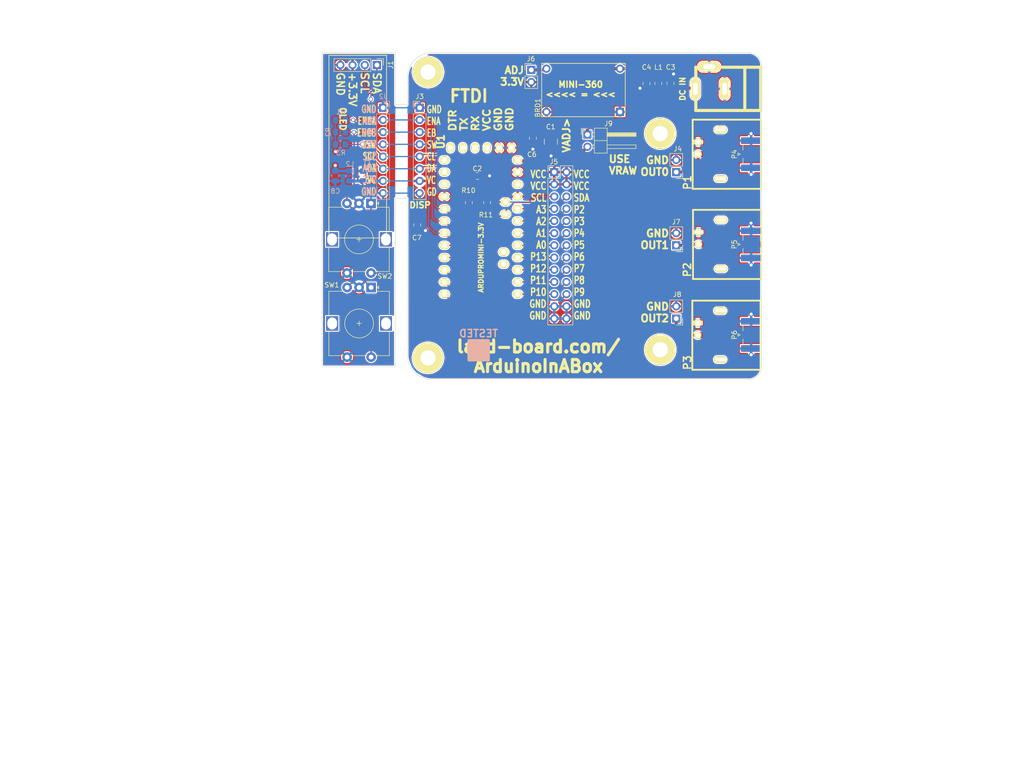
<source format=kicad_pcb>
(kicad_pcb (version 20211014) (generator pcbnew)
  (title_block (title "VFO-002") (date "2020-10-18") (rev "1") (company "land-boards.com"))
  (layers (0 "F.Cu" signal) (31 "B.Cu" signal) (36 "B.SilkS" user "B.Silkscreen") (37 "F.SilkS" user "F.Silkscreen") (38 "B.Mask" user) (39 "F.Mask" user) (44 "Edge.Cuts" user))
  (net 0 "")
  (net 1 "GND")
  (net 2 "+3V3")
  (net 3 "/STM_SDA")
  (net 4 "/STM_SCL")
  (net 5 "Net-(BRD1-PadIN+)")
  (net 6 "Net-(BRD1-PadOUT+)")
  (net 7 "/A3")
  (net 8 "/A2")
  (net 9 "/A1")
  (net 10 "/A0")
  (net 11 "/P5")
  (net 12 "/P6")
  (net 13 "/P7")
  (net 14 "/P8")
  (net 15 "/P9")
  (net 16 "/P2")
  (net 17 "/P3")
  (net 18 "/P4")
  (net 19 "/P13")
  (net 20 "/P12")
  (net 21 "/P11")
  (net 22 "/P10")
  (net 23 "Net-(C3-Pad1)")
  (net 24 "Net-(J4-Pad1)")
  (net 25 "Net-(J7-Pad1)")
  (net 26 "Net-(J8-Pad1)")
  (net 27 "/3.3VF")
  (net 28 "/VRAW")
  (footprint "Connector_PinHeader_2.54mm:PinHeader_1x08_P2.54mm_Vertical" (layer "F.Cu") (at 116.76 39.93)
    (fp_text reference "J3")
    (fp_text value "Conn_01x08")
  )
  (footprint "LandBoards_Conns:DCJ-NEW-Slotted" (layer "F.Cu") (at 180.25 36 180)
    (fp_text reference "J99" hide)
    (fp_text value "DCJ0202" hide)
  )
  (footprint "Resistor_SMD:R_0805_2012Metric_Pad1.15x1.40mm_HandSolder" (layer "F.Cu") (at 127 59.69 -90)
    (fp_text reference "R10")
    (fp_text value "10K")
  )
  (footprint "Resistor_SMD:R_0805_2012Metric_Pad1.15x1.40mm_HandSolder" (layer "F.Cu") (at 130.81 59.69 -90)
    (fp_text reference "R11")
    (fp_text value "10K")
  )
  (footprint "Rotary_Encoder:RotaryEncoder_Alps_EC12E-Switch_Vertical_H20mm" (layer "F.Cu") (at 106.6508 77.3442 -90)
    (fp_text reference "SW1")
    (fp_text value "Rotary_Encoder_Switch")
  )
  (footprint "LandBoards_Marking:TEST_BLK-REAR" (layer "F.Cu") (at 129.032 90.424)
    (fp_text reference "TESTED")
    (fp_text value "COUPON" hide)
  )
  (footprint "LandBoards_MountHoles:MTG-4-40" (layer "F.Cu") (at 166.85 45.3)
    (fp_text reference "MTG1" hide)
    (fp_text value "MTG_HOLE" hide)
  )
  (footprint "LandBoards_MountHoles:MTG-4-40" (layer "F.Cu") (at 118.5 92)
    (fp_text reference "MTG2" hide)
    (fp_text value "MTG_HOLE" hide)
  )
  (footprint "LandBoards_MountHoles:MTG-4-40" (layer "F.Cu") (at 166.85 90.3)
    (fp_text reference "MTG3" hide)
    (fp_text value "MTG_HOLE" hide)
  )
  (footprint "LandBoards_MountHoles:MTG-4-40" (layer "F.Cu") (at 118.5 32.5)
    (fp_text reference "MTG4" hide)
    (fp_text value "MTG_HOLE" hide)
  )
  (footprint "Capacitor_SMD:C_0805_2012Metric_Pad1.15x1.40mm_HandSolder" (layer "F.Cu") (at 128.7742 54.1332)
    (fp_text reference "C2")
    (fp_text value "0.1uF")
  )
  (footprint "Capacitor_SMD:C_0805_2012Metric_Pad1.15x1.40mm_HandSolder" (layer "F.Cu") (at 116.258158 64.324804 -90)
    (fp_text reference "C7")
    (fp_text value "0.1uF")
  )
  (footprint "Capacitor_SMD:C_0805_2012Metric_Pad1.15x1.40mm_HandSolder" (layer "F.Cu") (at 140.332 46.278 -90)
    (fp_text reference "C6")
    (fp_text value "0.1uF")
  )
  (footprint "LandBoards_BoardOutlines:OLED-091in" (layer "F.Cu") (at 107.87 31.04 -90)
    (fp_text reference "J1")
    (fp_text value "OLED_I2C")
  )
  (footprint "Capacitor_SMD:C_1210_3225Metric_Pad1.42x2.65mm_HandSolder" (layer "F.Cu") (at 144.068 47.002 -90)
    (fp_text reference "C1")
    (fp_text value "10uF")
  )
  (footprint "Rotary_Encoder:RotaryEncoder_Alps_EC12E-Switch_Vertical_H20mm" (layer "F.Cu") (at 106.6254 59.8436 -90)
    (fp_text reference "SW2")
    (fp_text value "Rotary_Encoder_Switch")
  )
  (footprint "LandBoards_BoardOutlines:ArduProMini" (layer "F.Cu") (at 119.38 44.45)
    (fp_text reference "U1")
    (fp_text value "ARDUPROMINI-3.3V")
  )
  (footprint "Inductor_SMD:L_0805_2012Metric_Pad1.15x1.40mm_HandSolder" (layer "F.Cu") (at 166.44 34.862 90)
    (fp_text reference "L1")
    (fp_text value "L_Small")
  )
  (footprint "Connector_Coaxial:SMA_Samtec_SMA-J-P-X-ST-EM1_EdgeMount" (layer "F.Cu") (at 185.7756 49.6062 90)
    (fp_text reference "P4")
    (fp_text value "SMA")
  )
  (footprint "Connector_Coaxial:SMA_Samtec_SMA-J-P-X-ST-EM1_EdgeMount" (layer "F.Cu") (at 185.7756 68.3768 90)
    (fp_text reference "P5")
    (fp_text value "SMA")
  )
  (footprint "Connector_Coaxial:SMA_Samtec_SMA-J-P-X-ST-EM1_EdgeMount" (layer "F.Cu") (at 185.7756 87.2236 90)
    (fp_text reference "P6")
    (fp_text value "SMA")
  )
  (footprint "Capacitor_SMD:C_0805_2012Metric_Pad1.15x1.40mm_HandSolder" (layer "F.Cu") (at 168.98 34.8366 90)
    (fp_text reference "C3")
    (fp_text value "0.1uF")
  )
  (footprint "Capacitor_SMD:C_0805_2012Metric_Pad1.15x1.40mm_HandSolder" (layer "F.Cu") (at 163.9762 34.8874 -90)
    (fp_text reference "C4")
    (fp_text value "0.1uF")
  )
  (footprint "LandBoards_Conns:BNC-RT-OVAL_MTG" (layer "F.Cu") (at 174.7266 49.6062 -90)
    (fp_text reference "P1")
    (fp_text value "BNC" hide)
  )
  (footprint "LandBoards_Conns:BNC-RT-OVAL_MTG" (layer "F.Cu") (at 174.8028 68.3768 -90)
    (fp_text reference "P2")
    (fp_text value "BNC" hide)
  )
  (footprint "LandBoards_Conns:BNC-RT-OVAL_MTG" (layer "F.Cu") (at 174.6504 87.2744 -90)
    (fp_text reference "P3")
    (fp_text value "BNC" hide)
  )
  (footprint "Connector_PinHeader_2.54mm:PinHeader_1x02_P2.54mm_Vertical" (layer "F.Cu") (at 170.18 53.34 180)
    (fp_text reference "J4")
    (fp_text value "Conn_01x02")
  )
  (footprint "Connector_PinHeader_2.54mm:PinHeader_1x02_P2.54mm_Vertical" (layer "F.Cu") (at 170.18 68.58 180)
    (fp_text reference "J7")
    (fp_text value "Conn_01x02")
  )
  (footprint "Connector_PinHeader_2.54mm:PinHeader_1x02_P2.54mm_Vertical" (layer "F.Cu") (at 170.18 83.82 180)
    (fp_text reference "J8")
    (fp_text value "Conn_01x02")
  )
  (footprint "Connector_PinHeader_2.54mm:PinHeader_2x13_P2.54mm_Vertical" (layer "F.Cu") (at 144.78 53.34)
    (fp_text reference "J5")
    (fp_text value "Conn_02x13_Odd_Even")
  )
  (footprint "Connector_PinHeader_2.54mm:PinHeader_1x02_P2.54mm_Vertical" (layer "F.Cu") (at 140.002 32.05)
    (fp_text reference "J6")
    (fp_text value "Conn_01x02")
  )
  (footprint "LandBoards_BoardOutlines:MINI-360" (layer "F.Cu") (at 159.56 41.8 180)
    (fp_text reference "BRD1")
    (fp_text value "MINI-360")
  )
  (footprint "Connector_PinHeader_2.54mm:PinHeader_1x02_P2.54mm_Horizontal" (layer "F.Cu") (at 151.685001 45.513001)
    (fp_text reference "J9")
    (fp_text value "Conn_01x02")
  )
  (footprint "Resistor_SMD:R_0805_2012Metric_Pad1.15x1.40mm_HandSolder" (layer "B.Cu") (at 100.25 45.01)
    (fp_text reference "R2")
    (fp_text value "10K")
  )
  (footprint "Resistor_SMD:R_0805_2012Metric_Pad1.15x1.40mm_HandSolder" (layer "B.Cu") (at 100.25 42.47)
    (fp_text reference "R1")
    (fp_text value "10K")
  )
  (footprint "Resistor_SMD:R_0805_2012Metric_Pad1.15x1.40mm_HandSolder" (layer "B.Cu") (at 100.25 47.55)
    (fp_text reference "R3")
    (fp_text value "10K")
  )
  (footprint "Connector_PinHeader_2.54mm:PinHeader_1x08_P2.54mm_Vertical" (layer "B.Cu") (at 109.14 39.93 180)
    (fp_text reference "J2")
    (fp_text value "Conn_01x08")
  )
  (footprint "Capacitor_SMD:C_0805_2012Metric_Pad1.15x1.40mm_HandSolder" (layer "B.Cu") (at 104.9782 54.1528 90)
    (fp_text reference "C5")
    (fp_text value "0.1uF")
  )
  (footprint "Capacitor_SMD:C_0805_2012Metric_Pad1.15x1.40mm_HandSolder" (layer "B.Cu") (at 99.187 54.1274 -90)
    (fp_text reference "C8")
    (fp_text value "0.1uF")
  )
  (footprint "Inductor_SMD:L_0805_2012Metric_Pad1.15x1.40mm_HandSolder" (layer "B.Cu") (at 102.108 54.1274 90)
    (fp_text reference "L2")
    (fp_text value "L_Small")
  )
  (gr_line (start 98.04 28.5) (end 110.04 28.5) (layer "F.SilkS") (width 0.15))
  (gr_line (start 96.4146 93.8288) (end 96.44 28.5) (layer "Edge.Cuts") (width 0.1))
  (gr_line (start 119.3 96.5) (end 185.34 96.5) (layer "Edge.Cuts") (width 0.1))
  (gr_line (start 114.22 33.58) (end 114.22 39.3204) (layer "Edge.Cuts") (width 0.1))
  (gr_line (start 187.88 93.96) (end 187.88 31.04) (layer "Edge.Cuts") (width 0.1))
  (gr_line (start 114.22 91.42) (end 114.195 58.7768) (layer "Edge.Cuts") (width 0.1))
  (gr_line (start 185.34 28.5) (end 119.3 28.5) (layer "Edge.Cuts") (width 0.1))
  (gr_arc (start 119.3 96.5) (mid 115.707898 95.012102) (end 114.22 91.42) (layer "Edge.Cuts") (width 0.1))
  (gr_arc (start 114.22 33.58) (mid 115.707898 29.987898) (end 119.3 28.5) (layer "Edge.Cuts") (width 0.1))
  (gr_line (start 111.68 28.5) (end 111.68 39.3204) (layer "Edge.Cuts") (width 0.1))
  (gr_arc (start 187.88 93.96) (mid 187.136051 95.756051) (end 185.34 96.5) (layer "Edge.Cuts") (width 0.1))
  (gr_line (start 114.195 58.7768) (end 111.68 58.7768) (layer "Edge.Cuts") (width 0.1))
  (gr_line (start 111.68 58.7768) (end 111.6546 93.8288) (layer "Edge.Cuts") (width 0.1))
  (gr_line (start 111.68 39.3204) (end 114.22 39.3204) (layer "Edge.Cuts") (width 0.1))
  (gr_line (start 96.44 28.5) (end 111.68 28.5) (layer "Edge.Cuts") (width 0.1))
  (gr_line (start 111.6546 93.8288) (end 96.4146 93.8288) (layer "Edge.Cuts") (width 0.1))
  (gr_arc (start 185.34 28.5) (mid 187.136051 29.243949) (end 187.88 31.04) (layer "Edge.Cuts") (width 0.1))
  (gr_text "GND\nENA\nENB\nESW\nSCL\nSDA\nVCC\nGND" (at 107.87 48.82) (layer "B.SilkS") (effects (font (size 1.524 1) (thickness 0.25)) (justify left mirror)))
  (gr_text "SDA\nSCL\n+3.3V\nGND" (at 104.06 32.4 270) (layer "F.SilkS") (effects (font (size 1.5748 1.5748) (thickness 0.3175)) (justify left)))
  (gr_text "GND\nENCA\nENCB\nESW\nSCL\nDA\nVC\nGND" (at 107.87 48.82) (layer "F.SilkS") (effects (font (size 1.524 1) (thickness 0.25)) (justify right)))
  (gr_text "GND\nOUT0" (at 168.85 52.07) (layer "F.SilkS") (effects (font (size 1.524 1.524) (thickness 0.381)) (justify right)))
  (gr_text "GND\nOUT1" (at 168.85 67.31) (layer "F.SilkS") (effects (font (size 1.524 1.524) (thickness 0.381)) (justify right)))
  (gr_text "GND\nOUT2" (at 168.85 82.55) (layer "F.SilkS") (effects (font (size 1.524 1.524) (thickness 0.381)) (justify right)))
  (gr_text "DC IN" (at 171.5 36 90) (layer "F.SilkS") (effects (font (size 1.143 1.143) (thickness 0.28575))))
  (gr_text "OLED" (at 100.758 42.2668 270) (layer "F.SilkS") (effects (font (size 1.27 1.27) (thickness 0.3175))))
  (gr_text "GND\nENA\nEB\nSW\nCL\nDA\nVC\nGD" (at 118.11 48.8708) (layer "F.SilkS") (effects (font (size 1.524 1) (thickness 0.25)) (justify left)))
  (gr_text "DISP" (at 116.84 60.198) (layer "F.SilkS") (effects (font (size 1.27 1.27) (thickness 0.3175))))
  (gr_text "DTR\nTX\nRX\nVCC\nGND\nGND" (at 129.54 45 90) (layer "F.SilkS") (effects (font (size 1.4732 1.6) (thickness 0.3683)) (justify left)))
  (gr_text "VCC\nVCC\nSCL\nA3\nA2\nA1\nA0\nP13\nP12\nP11\nP10\nGND\nGND" (at 143.3068 68.5) (layer "F.SilkS") (effects (font (size 1.524 1.143) (thickness 0.28575)) (justify right)))
  (gr_text "VCC\nVCC\nSDA\nP2\nP3\nP4\nP5\nP6\nP7\nP8\nP9\nGND\nGND" (at 148.6662 68.5) (layer "F.SilkS") (effects (font (size 1.524 1.143) (thickness 0.28575)) (justify left)))
  (gr_text "VADJ>" (at 147.32 41.91 90) (layer "F.SilkS") (effects (font (size 1.5 1.5) (thickness 0.375)) (justify right)))
  (gr_text "MINI-360\n<<<< = <<<" (at 150.28 36.114) (layer "F.SilkS") (effects (font (size 1.27 1.27) (thickness 0.3175))))
  (gr_text "FTDI" (at 127 37.5) (layer "F.SilkS") (effects (font (size 2.54 2.54) (thickness 0.5588))))
  (gr_text "USE\nVRAW" (at 155.956 51.816) (layer "F.SilkS") (effects (font (size 1.5 1.5) (thickness 0.375)) (justify left)))
  (gr_text "ADJ\n3.3V" (at 138.672 33.32) (layer "F.SilkS") (effects (font (size 1.5 1.5) (thickness 0.375)) (justify right)))
  (gr_text "land-board.com/\nArduinoInABox" (at 141.478 91.694) (layer "F.SilkS") (effects (font (size 2.54 2.54) (thickness 0.635))))
  (segment (start 144.068 49.92) (end 144.114 49.966) (width 0.254) (layer "F.Cu") (net 1))
  (segment (start 185.7756 90.0486) (end 185.7756 91.3638) (width 0.254) (layer "F.Cu") (net 1))
  (segment (start 140.332 47.303) (end 140.332 48.564) (width 0.254) (layer "F.Cu") (net 1))
  (segment (start 116.258158 65.349804) (end 117.809158 65.349804) (width 0.1524) (layer "F.Cu") (net 1))
  (segment (start 185.7756 45.339) (end 185.7502 45.3136) (width 0.254) (layer "F.Cu") (net 1))
  (segment (start 168.7096 33.8116) (end 169.615 32.9062) (width 0.254) (layer "F.Cu") (net 1))
  (segment (start 117.962158 65.502804) (end 117.861158 65.349804) (width 0.254) (layer "F.Cu") (net 1))
  (segment (start 185.7756 46.7812) (end 185.7756 45.339) (width 0.254) (layer "F.Cu") (net 1))
  (segment (start 131.2842 54.1332) (end 131.3142 54.1032) (width 0.254) (layer "F.Cu") (net 1))
  (segment (start 163.9762 35.9124) (end 162.6644 35.9124) (width 0.635) (layer "F.Cu") (net 1))
  (segment (start 185.7756 63.9826) (end 185.7502 63.9572) (width 0.254) (layer "F.Cu") (net 1))
  (segment (start 129.7992 54.1332) (end 131.2842 54.1332) (width 0.254) (layer "F.Cu") (net 1))
  (segment (start 185.7756 52.4312) (end 185.7756 53.8226) (width 0.254) (layer "F.Cu") (net 1))
  (segment (start 117.809158 65.349804) (end 117.962158 65.502804) (width 0.1524) (layer "F.Cu") (net 1))
  (segment (start 185.7756 65.5518) (end 185.7756 63.9826) (width 0.254) (layer "F.Cu") (net 1))
  (segment (start 144.068 48.4895) (end 144.068 49.92) (width 0.254) (layer "F.Cu") (net 1))
  (segment (start 185.7756 71.2018) (end 185.7756 72.6694) (width 0.254) (layer "F.Cu") (net 1))
  (segment (start 185.7756 84.3986) (end 185.7756 82.9056) (width 0.254) (layer "F.Cu") (net 1))
  (via (at 144.114 49.966) (size 0.889) (drill 0.635) (layers "F.Cu" "B.Cu") (net 1))
  (via (at 162.63 35.878) (size 0.889) (drill 0.635) (layers "F.Cu" "B.Cu") (net 1))
  (via (at 185.7756 53.8226) (size 0.889) (drill 0.635) (layers "F.Cu" "B.Cu") (net 1))
  (via (at 185.7756 82.9056) (size 0.889) (drill 0.635) (layers "F.Cu" "B.Cu") (net 1))
  (via (at 169.615 32.9062) (size 0.889) (drill 0.635) (layers "F.Cu" "B.Cu") (net 1))
  (via (at 185.7756 91.3638) (size 0.889) (drill 0.635) (layers "F.Cu" "B.Cu") (net 1))
  (via (at 117.962158 65.502804) (size 0.889) (drill 0.635) (layers "F.Cu" "B.Cu") (net 1))
  (via (at 140.332 48.564) (size 0.889) (drill 0.635) (layers "F.Cu" "B.Cu") (net 1))
  (via (at 185.7502 63.9572) (size 0.889) (drill 0.635) (layers "F.Cu" "B.Cu") (net 1))
  (via (at 185.7756 72.6694) (size 0.889) (drill 0.635) (layers "F.Cu" "B.Cu") (net 1))
  (via (at 185.7502 45.3136) (size 0.889) (drill 0.635) (layers "F.Cu" "B.Cu") (net 1))
  (via (at 131.3142 54.1032) (size 0.889) (drill 0.635) (layers "F.Cu" "B.Cu") (net 1))
  (segment (start 109.14 57.71) (end 116.76 57.71) (width 0.254) (layer "B.Cu") (net 1))
  (segment (start 109.14 39.93) (end 116.76 39.93) (width 0.254) (layer "B.Cu") (net 1))
  (segment (start 109.14 55.17) (end 104.986 55.17) (width 0.635) (layer "B.Cu") (net 2))
  (segment (start 102.1334 55.1778) (end 102.108 55.1524) (width 0.635) (layer "B.Cu") (net 2))
  (segment (start 104.986 55.17) (end 104.9782 55.1778) (width 0.635) (layer "B.Cu") (net 2))
  (segment (start 104.9782 55.1778) (end 102.1334 55.1778) (width 0.635) (layer "B.Cu") (net 2))
  (segment (start 109.14 55.17) (end 116.76 55.17) (width 0.254) (layer "B.Cu") (net 2))
  (segment (start 130.048 62.484) (end 133.731 62.484) (width 0.254) (layer "F.Cu") (net 3))
  (segment (start 134.62 61.41746) (end 136.386459 59.651001) (width 0.254) (layer "F.Cu") (net 3))
  (segment (start 116.76 52.63) (end 117.19301 52.19699) (width 0.254) (layer "F.Cu") (net 3))
  (segment (start 123.06299 52.19699) (end 128.279 57.413) (width 0.254) (layer "F.Cu") (net 3))
  (segment (start 128.279 60.715) (end 130.048 62.484) (width 0.254) (layer "F.Cu") (net 3))
  (segment (start 128.279 57.413) (end 128.279 60.715) (width 0.254) (layer "F.Cu") (net 3))
  (segment (start 109.14 52.63) (end 105.774499 49.264499) (width 0.254) (layer "F.Cu") (net 3))
  (segment (start 117.19301 52.19699) (end 123.06299 52.19699) (width 0.254) (layer "F.Cu") (net 3))
  (segment (start 105.774499 37.481501) (end 107.87 35.386) (width 0.254) (layer "F.Cu") (net 3))
  (segment (start 146.088999 59.651001) (end 147.32 58.42) (width 0.254) (layer "F.Cu") (net 3))
  (segment (start 136.386459 59.651001) (end 146.088999 59.651001) (width 0.254) (layer "F.Cu") (net 3))
  (segment (start 105.774499 49.264499) (end 105.774499 37.481501) (width 0.254) (layer "F.Cu") (net 3))
  (segment (start 134.62 62.103) (end 134.62 61.41746) (width 0.254) (layer "F.Cu") (net 3))
  (segment (start 107.87 35.386) (end 107.87 31.04) (width 0.254) (layer "F.Cu") (net 3))
  (segment (start 127 60.715) (end 128.279 60.715) (width 0.254) (layer "F.Cu") (net 3))
  (segment (start 109.14 52.63) (end 116.76 52.63) (width 0.254) (layer "B.Cu") (net 3))
  (segment (start 129.8194 60.7314) (end 128.8923 59.8043) (width 0.254) (layer "F.Cu") (net 4))
  (segment (start 128.8923 59.8043) (end 128.8923 57.2643) (width 0.254) (layer "F.Cu") (net 4))
  (segment (start 130.81 60.715) (end 130.7936 60.7314) (width 0.254) (layer "F.Cu") (net 4))
  (segment (start 133.223 59.563) (end 134.62 59.563) (width 0.254) (layer "F.Cu") (net 4))
  (segment (start 130.81 60.715) (end 132.071 60.715) (width 0.254) (layer "F.Cu") (net 4))
  (segment (start 116.76 50.09) (end 117.19301 49.65699) (width 0.254) (layer "F.Cu") (net 4))
  (segment (start 117.19301 49.65699) (end 122.63145 49.65699) (width 0.254) (layer "F.Cu") (net 4))
  (segment (start 132.071 60.715) (end 133.223 59.563) (width 0.254) (layer "F.Cu") (net 4))
  (segment (start 125.984 53.00954) (end 125.984 54.356) (width 0.254) (layer "F.Cu") (net 4))
  (segment (start 125.984 54.356) (end 128.8923 57.2643) (width 0.254) (layer "F.Cu") (net 4))
  (segment (start 130.7936 60.7314) (end 129.8194 60.7314) (width 0.254) (layer "F.Cu") (net 4))
  (segment (start 122.63145 49.65699) (end 125.984 53.00954) (width 0.254) (layer "F.Cu") (net 4))
  (segment (start 106.6 47.55) (end 106.6 38.152) (width 0.254) (layer "F.Cu") (net 4))
  (segment (start 109.14 50.09) (end 106.6 47.55) (width 0.254) (layer "F.Cu") (net 4))
  (via (at 106.6 38.152) (size 0.889) (drill 0.635) (layers "F.Cu" "B.Cu") (net 4))
  (segment (start 106.6 36.628) (end 105.33 35.358) (width 0.254) (layer "B.Cu") (net 4))
  (segment (start 144.78 58.42) (end 140.716 58.42) (width 0.254) (layer "B.Cu") (net 4))
  (segment (start 140.716 58.42) (end 139.573 59.563) (width 0.254) (layer "B.Cu") (net 4))
  (segment (start 106.6 38.152) (end 106.6 36.628) (width 0.254) (layer "B.Cu") (net 4))
  (segment (start 105.33 35.358) (end 105.33 31.04) (width 0.254) (layer "B.Cu") (net 4))
  (segment (start 109.14 50.09) (end 116.76 50.09) (width 0.254) (layer "B.Cu") (net 4))
  (segment (start 134.62 59.563) (end 139.573 59.563) (width 0.254) (layer "B.Cu") (net 4))
  (segment (start 160.6 31.8) (end 162.6624 33.8624) (width 0.635) (layer "F.Cu") (net 5))
  (segment (start 158.46 31.8) (end 160.6 31.8) (width 0.635) (layer "F.Cu") (net 5))
  (segment (start 163.9762 33.8624) (end 166.3638 33.8624) (width 0.254) (layer "F.Cu") (net 5))
  (segment (start 154.636 31.8) (end 158.46 31.8) (width 0.635) (layer "F.Cu") (net 5))
  (segment (start 163.9762 33.8624) (end 162.6624 33.8624) (width 0.635) (layer "F.Cu") (net 5))
  (segment (start 151.685001 45.513001) (end 151.685001 34.750999) (width 0.635) (layer "F.Cu") (net 5))
  (segment (start 166.3638 33.8624) (end 166.3892 33.837) (width 0.254) (layer "F.Cu") (net 5))
  (segment (start 151.685001 34.750999) (end 154.636 31.8) (width 0.635) (layer "F.Cu") (net 5))
  (segment (start 143.066 32.05) (end 143.16 31.956) (width 0.635) (layer "F.Cu") (net 6))
  (segment (start 140.002 32.05) (end 143.066 32.05) (width 0.635) (layer "F.Cu") (net 6))
  (segment (start 137.16 60.96) (end 144.78 60.96) (width 0.254) (layer "F.Cu") (net 7))
  (segment (start 137.16 63.5) (end 144.78 63.5) (width 0.254) (layer "F.Cu") (net 8))
  (segment (start 137.16 66.04) (end 144.78 66.04) (width 0.254) (layer "F.Cu") (net 9))
  (segment (start 137.16 68.58) (end 144.78 68.58) (width 0.254) (layer "F.Cu") (net 10))
  (segment (start 135.927461 69.811001) (end 146.088999 69.811001) (width 0.254) (layer "F.Cu") (net 11))
  (segment (start 121.92 68.58) (end 134.69646 68.58) (width 0.254) (layer "F.Cu") (net 11))
  (segment (start 146.088999 69.811001) (end 147.32 68.58) (width 0.254) (layer "F.Cu") (net 11))
  (segment (start 134.69646 68.58) (end 135.927461 69.811001) (width 0.254) (layer "F.Cu") (net 11))
  (segment (start 146.088999 72.351001) (end 147.32 71.12) (width 0.254) (layer "F.Cu") (net 12))
  (segment (start 121.92 71.12) (end 135.30554 71.12) (width 0.254) (layer "F.Cu") (net 12))
  (segment (start 135.30554 71.12) (end 136.536541 72.351001) (width 0.254) (layer "F.Cu") (net 12))
  (segment (start 136.536541 72.351001) (end 146.088999 72.351001) (width 0.254) (layer "F.Cu") (net 12))
  (segment (start 121.92 73.66) (end 123.151001 74.891001) (width 0.254) (layer "F.Cu") (net 13))
  (segment (start 123.151001 74.891001) (end 146.088999 74.891001) (width 0.254) (layer "F.Cu") (net 13))
  (segment (start 146.088999 74.891001) (end 147.32 73.66) (width 0.254) (layer "F.Cu") (net 13))
  (segment (start 123.151001 77.431001) (end 146.088999 77.431001) (width 0.254) (layer "F.Cu") (net 14))
  (segment (start 146.088999 77.431001) (end 147.32 76.2) (width 0.254) (layer "F.Cu") (net 14))
  (segment (start 121.92 76.2) (end 123.151001 77.431001) (width 0.254) (layer "F.Cu") (net 14))
  (segment (start 146.088999 79.971001) (end 147.32 78.74) (width 0.254) (layer "F.Cu") (net 15))
  (segment (start 121.92 78.74) (end 123.151001 79.971001) (width 0.254) (layer "F.Cu") (net 15))
  (segment (start 123.151001 79.971001) (end 146.088999 79.971001) (width 0.254) (layer "F.Cu") (net 15))
  (segment (start 106.6254 57.6288) (end 103.886 54.8894) (width 0.254) (layer "F.Cu") (net 16))
  (segment (start 146.088999 62.191001) (end 147.32 60.96) (width 0.254) (layer "F.Cu") (net 16))
  (segment (start 121.92 60.96) (end 124.714 63.754) (width 0.254) (layer "F.Cu") (net 16))
  (segment (start 103.886 54.8894) (end 103.886 43.439) (width 0.254) (layer "F.Cu") (net 16))
  (segment (start 104.648 72.0268) (end 106.6254 70.0494) (width 0.254) (layer "F.Cu") (net 16))
  (segment (start 104.648 75.3414) (end 104.648 72.0268) (width 0.254) (layer "F.Cu") (net 16))
  (segment (start 106.6254 59.8436) (end 106.6254 57.6288) (width 0.254) (layer "F.Cu") (net 16))
  (segment (start 106.6254 70.0494) (end 106.6254 59.8436) (width 0.254) (layer "F.Cu") (net 16))
  (segment (start 103.886 43.439) (end 102.917 42.47) (width 0.254) (layer "F.Cu") (net 16))
  (segment (start 106.6508 77.3442) (end 104.648 75.3414) (width 0.254) (layer "F.Cu") (net 16))
  (segment (start 136.386459 62.191001) (end 146.088999 62.191001) (width 0.254) (layer "F.Cu") (net 16))
  (segment (start 134.82346 63.754) (end 136.386459 62.191001) (width 0.254) (layer "F.Cu") (net 16))
  (segment (start 124.714 63.754) (end 134.82346 63.754) (width 0.254) (layer "F.Cu") (net 16))
  (via (at 102.917 42.47) (size 0.889) (drill 0.635) (layers "F.Cu" "B.Cu") (net 16))
  (segment (start 119.88801 43.43401) (end 118.924 42.47) (width 0.254) (layer "B.Cu") (net 16))
  (segment (start 118.924 42.47) (end 116.76 42.47) (width 0.254) (layer "B.Cu") (net 16))
  (segment (start 119.88801 60.19801) (end 119.88801 43.43401) (width 0.254) (layer "B.Cu") (net 16))
  (segment (start 101.275 42.47) (end 109.14 42.47) (width 0.254) (layer "B.Cu") (net 16))
  (segment (start 120.65 60.96) (end 119.88801 60.19801) (width 0.254) (layer "B.Cu") (net 16))
  (segment (start 121.92 60.96) (end 120.65 60.96) (width 0.254) (layer "B.Cu") (net 16))
  (segment (start 109.14 42.47) (end 116.76 42.47) (width 0.254) (layer "B.Cu") (net 16))
  (segment (start 121.92 63.5) (end 123.151001 64.731001) (width 0.254) (layer "F.Cu") (net 17))
  (segment (start 123.151001 64.731001) (end 146.088999 64.731001) (width 0.254) (layer "F.Cu") (net 17))
  (segment (start 103.0605 45.01) (end 103.0986 45.0481) (width 0.254) (layer "F.Cu") (net 17))
  (segment (start 103.006401 61.224601) (end 101.6254 59.8436) (width 0.254) (layer "F.Cu") (net 17))
  (segment (start 101.6254 58.2676) (end 101.6254 59.8436) (width 0.254) (layer "F.Cu") (net 17))
  (segment (start 103.006401 75.988599) (end 103.006401 61.224601) (width 0.254) (layer "F.Cu") (net 17))
  (segment (start 146.088999 64.731001) (end 147.32 63.5) (width 0.254) (layer "F.Cu") (net 17))
  (segment (start 101.6508 77.3442) (end 103.006401 75.988599) (width 0.254) (layer "F.Cu") (net 17))
  (segment (start 103.0986 56.7944) (end 101.6254 58.2676) (width 0.254) (layer "F.Cu") (net 17))
  (segment (start 103.0986 45.0481) (end 103.0986 56.7944) (width 0.254) (layer "F.Cu") (net 17))
  (via (at 103.0605 45.01) (size 0.889) (drill 0.635) (layers "F.Cu" "B.Cu") (net 17))
  (segment (start 120.142 63.5) (end 119.38 62.738) (width 0.254) (layer "B.Cu") (net 17))
  (segment (start 121.92 63.5) (end 120.142 63.5) (width 0.254) (layer "B.Cu") (net 17))
  (segment (start 119.12601 45.46601) (end 118.67 45.01) (width 0.254) (layer "B.Cu") (net 17))
  (segment (start 109.14 45.01) (end 116.76 45.01) (width 0.254) (layer "B.Cu") (net 17))
  (segment (start 118.67 45.01) (end 116.76 45.01) (width 0.254) (layer "B.Cu") (net 17))
  (segment (start 119.38 62.738) (end 119.38 53.086) (width 0.254) (layer "B.Cu") (net 17))
  (segment (start 119.38 53.086) (end 119.12601 52.83201) (width 0.254) (layer "B.Cu") (net 17))
  (segment (start 119.12601 52.83201) (end 119.12601 45.46601) (width 0.254) (layer "B.Cu") (net 17))
  (segment (start 101.275 45.01) (end 109.14 45.01) (width 0.254) (layer "B.Cu") (net 17))
  (segment (start 123.151001 67.271001) (end 146.088999 67.271001) (width 0.254) (layer "F.Cu") (net 18))
  (segment (start 107.696 57.8104) (end 105.5624 55.6768) (width 0.254) (layer "F.Cu") (net 18))
  (segment (start 108.712 72.644) (end 107.13341 71.06541) (width 0.254) (layer "F.Cu") (net 18))
  (segment (start 106.6508 91.8442) (end 106.6508 81.3092) (width 0.254) (layer "F.Cu") (net 18))
  (segment (start 104.8093 49.1147) (end 104.8093 47.55) (width 0.254) (layer "F.Cu") (net 18))
  (segment (start 107.13341 71.06541) (end 107.13341 63.30059) (width 0.254) (layer "F.Cu") (net 18))
  (segment (start 108.712 61.722) (end 108.712 59.103882) (width 0.254) (layer "F.Cu") (net 18))
  (segment (start 108.712 79.248) (end 108.712 74.422) (width 0.254) (layer "F.Cu") (net 18))
  (segment (start 105.5624 49.8678) (end 104.8093 49.1147) (width 0.254) (layer "F.Cu") (net 18))
  (segment (start 107.696 58.087882) (end 107.696 57.8104) (width 0.254) (layer "F.Cu") (net 18))
  (segment (start 107.13341 63.30059) (end 108.712 61.722) (width 0.254) (layer "F.Cu") (net 18))
  (segment (start 108.712 59.103882) (end 107.696 58.087882) (width 0.254) (layer "F.Cu") (net 18))
  (segment (start 146.088999 67.271001) (end 147.32 66.04) (width 0.254) (layer "F.Cu") (net 18))
  (segment (start 108.6336 74.3436) (end 108.712 74.422) (width 0.254) (layer "F.Cu") (net 18))
  (segment (start 121.92 66.04) (end 123.151001 67.271001) (width 0.254) (layer "F.Cu") (net 18))
  (segment (start 108.712 74.422) (end 108.712 72.644) (width 0.254) (layer "F.Cu") (net 18))
  (segment (start 105.5624 55.6768) (end 105.5624 49.8678) (width 0.254) (layer "F.Cu") (net 18))
  (segment (start 106.6508 81.3092) (end 108.712 79.248) (width 0.254) (layer "F.Cu") (net 18))
  (segment (start 106.6254 74.3436) (end 108.6336 74.3436) (width 0.254) (layer "F.Cu") (net 18))
  (via (at 104.8093 47.55) (size 0.889) (drill 0.635) (layers "F.Cu" "B.Cu") (net 18))
  (segment (start 121.92 66.04) (end 119.888 66.04) (width 0.254) (layer "B.Cu") (net 18))
  (segment (start 117.908 47.55) (end 116.76 47.55) (width 0.254) (layer "B.Cu") (net 18))
  (segment (start 119.888 66.04) (end 118.618 64.77) (width 0.254) (layer "B.Cu") (net 18))
  (segment (start 118.618 48.26) (end 117.908 47.55) (width 0.254) (layer "B.Cu") (net 18))
  (segment (start 118.618 64.77) (end 118.618 48.26) (width 0.254) (layer "B.Cu") (net 18))
  (segment (start 101.275 47.55) (end 109.14 47.55) (width 0.254) (layer "B.Cu") (net 18))
  (segment (start 109.14 47.55) (end 116.76 47.55) (width 0.254) (layer "B.Cu") (net 18))
  (segment (start 137.16 71.12) (end 144.78 71.12) (width 0.254) (layer "F.Cu") (net 19))
  (segment (start 137.16 73.66) (end 144.78 73.66) (width 0.254) (layer "F.Cu") (net 20))
  (segment (start 137.16 76.2) (end 144.78 76.2) (width 0.254) (layer "F.Cu") (net 21))
  (segment (start 137.16 78.74) (end 144.78 78.74) (width 0.254) (layer "F.Cu") (net 22))
  (segment (start 174.0116 35.8616) (end 174.15 36) (width 0.635) (layer "F.Cu") (net 23))
  (segment (start 166.3892 35.887) (end 168.5228 35.887) (width 0.254) (layer "F.Cu") (net 23))
  (segment (start 168.98 35.8616) (end 174.0116 35.8616) (width 0.635) (layer "F.Cu") (net 23))
  (segment (start 168.5228 35.887) (end 168.5482 35.8616) (width 0.254) (layer "F.Cu") (net 23))
  (segment (start 172.212 53.34) (end 174.7266 50.8254) (width 0.635) (layer "F.Cu") (net 24))
  (segment (start 170.18 53.34) (end 172.212 53.34) (width 0.635) (layer "F.Cu") (net 24))
  (segment (start 174.7266 49.6062) (end 185.9756 49.6062) (width 1.27) (layer "F.Cu") (net 24))
  (segment (start 174.7266 50.8254) (end 174.7266 49.6062) (width 0.635) (layer "F.Cu") (net 24))
  (segment (start 174.8028 68.3768) (end 185.9756 68.3768) (width 1.27) (layer "F.Cu") (net 25))
  (segment (start 171.704 68.58) (end 171.9072 68.3768) (width 0.635) (layer "F.Cu") (net 25))
  (segment (start 171.9072 68.3768) (end 174.8028 68.3768) (width 0.635) (layer "F.Cu") (net 25))
  (segment (start 170.18 68.58) (end 171.704 68.58) (width 0.635) (layer "F.Cu") (net 25))
  (segment (start 172.1104 87.2744) (end 170.18 85.344) (width 0.635) (layer "F.Cu") (net 26))
  (segment (start 174.6504 87.2744) (end 185.9248 87.2744) (width 1.27) (layer "F.Cu") (net 26))
  (segment (start 185.9248 87.2744) (end 185.9756 87.2236) (width 1.27) (layer "F.Cu") (net 26))
  (segment (start 174.6504 87.2744) (end 172.1104 87.2744) (width 0.635) (layer "F.Cu") (net 26))
  (segment (start 170.18 85.344) (end 170.18 83.82) (width 0.635) (layer "F.Cu") (net 26))
  (via (at 99.187 51.943) (size 0.889) (drill 0.635) (layers "F.Cu" "B.Cu") (net 27))
  (via (at 99.2378 49.0728) (size 0.889) (drill 0.635) (layers "F.Cu" "B.Cu") (net 27))
  (segment (start 99.225 45.01) (end 99.225 47.55) (width 0.254) (layer "B.Cu") (net 27))
  (segment (start 102.108 53.1024) (end 99.187 53.1024) (width 0.635) (layer "B.Cu") (net 27))
  (segment (start 99.225 42.47) (end 99.225 45.01) (width 0.254) (layer "B.Cu") (net 27))
  (segment (start 99.187 53.1024) (end 99.187 51.943) (width 0.635) (layer "B.Cu") (net 27))
  (segment (start 99.225 49.06) (end 99.2378 49.0728) (width 0.254) (layer "B.Cu") (net 27))
  (segment (start 99.225 47.55) (end 99.225 49.06) (width 0.254) (layer "B.Cu") (net 27))
  (segment (start 148.756001 50.982001) (end 151.685001 48.053001) (width 0.635) (layer "F.Cu") (net 28))
  (segment (start 137.16 50.8) (end 137.342001 50.982001) (width 0.635) (layer "F.Cu") (net 28))
  (segment (start 137.342001 50.982001) (end 148.756001 50.982001) (width 0.635) (layer "F.Cu") (net 28))
  (zone (net 2) (net_name "+3V3") (layer "F.Cu") (connect_pads (clearance 0.254)) (min_thickness 0.254) (fill yes (thermal_gap 0.508) (thermal_bridge_width 0.508))
    (polygon (pts (xy 118.872 28.448) (xy 185.674 28.448) (xy 187.96 30.734) (xy 187.96 94.488) (xy 185.42 96.52) (xy 118.618 96.52) (xy 114.3 91.948) (xy 114.3 32.512)))
  )
  (zone (net 27) (net_name "/3.3VF") (layer "F.Cu") (connect_pads (clearance 0.254)) (min_thickness 0.254) (fill yes (thermal_gap 0.508) (thermal_bridge_width 0.508))
    (polygon (pts (xy 111.6354 93.905) (xy 96.5354 93.905) (xy 96.44 28.5) (xy 111.68 28.5)))
  )
  (zone (net 1) (net_name "GND") (layer "B.Cu") (connect_pads (clearance 0.254)) (min_thickness 0.254) (fill yes (thermal_gap 0.508) (thermal_bridge_width 0.508))
    (polygon (pts (xy 187.3212 29.4144) (xy 187.86 30.8114) (xy 187.8292 94.3876) (xy 187.2196 95.7084) (xy 185.6194 96.5212) (xy 118.38 96.411115) (xy 115.49 94.6924) (xy 114.2 91.611115) (xy 114.212076 56.338406) (xy 118.1316 56.3384) (xy 118.0808 41.1238) (xy 114.217521 41.2) (xy 114.22 33.199) (xy 115.5154 30.2018) (xy 118.6904 28.5254) (xy 185.4162 28.4746)))
  )
  (zone (net 1) (net_name "GND") (layer "B.Cu") (connect_pads (clearance 0.254)) (min_thickness 0.254) (fill yes (thermal_gap 0.508) (thermal_bridge_width 0.508))
    (polygon (pts (xy 111.7054 41.2254) (xy 107.6922 41.2254) (xy 107.6668 56.313) (xy 111.6546 56.313) (xy 111.807 93.8796) (xy 96.567 93.8796) (xy 96.44 28.722992) (xy 111.68 28.722992)))
  )
)
</source>
